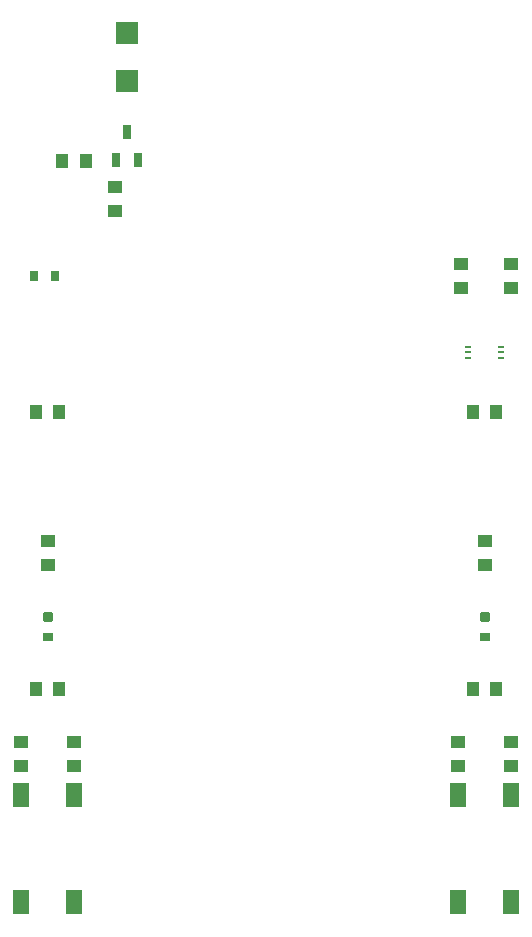
<source format=gtp>
G04*
G04 #@! TF.GenerationSoftware,Altium Limited,Altium Designer,21.7.1 (17)*
G04*
G04 Layer_Color=8421504*
%FSLAX25Y25*%
%MOIN*%
G70*
G04*
G04 #@! TF.SameCoordinates,4F73F3F9-A25A-42A2-B41E-11CF7C4F7039*
G04*
G04*
G04 #@! TF.FilePolarity,Positive*
G04*
G01*
G75*
%ADD17R,0.03150X0.03740*%
%ADD18R,0.05118X0.03937*%
%ADD19R,0.03937X0.05118*%
%ADD20R,0.03150X0.04724*%
%ADD21R,0.07402X0.07559*%
%ADD22R,0.03543X0.03150*%
G04:AMPARAMS|DCode=23|XSize=31.5mil|YSize=35.43mil|CornerRadius=7.87mil|HoleSize=0mil|Usage=FLASHONLY|Rotation=270.000|XOffset=0mil|YOffset=0mil|HoleType=Round|Shape=RoundedRectangle|*
%AMROUNDEDRECTD23*
21,1,0.03150,0.01968,0,0,270.0*
21,1,0.01575,0.03543,0,0,270.0*
1,1,0.01575,-0.00984,-0.00787*
1,1,0.01575,-0.00984,0.00787*
1,1,0.01575,0.00984,0.00787*
1,1,0.01575,0.00984,-0.00787*
%
%ADD23ROUNDEDRECTD23*%
%ADD24R,0.05512X0.08268*%
%ADD25R,0.02165X0.00984*%
D17*
X21063Y222440D02*
D03*
X28150Y222441D02*
D03*
D18*
X48228Y244094D02*
D03*
Y251969D02*
D03*
X163386Y218504D02*
D03*
Y226378D02*
D03*
X180118Y218504D02*
D03*
Y226378D02*
D03*
X171260Y133858D02*
D03*
Y125984D02*
D03*
X180118Y59055D02*
D03*
Y66929D02*
D03*
X34449Y59055D02*
D03*
Y66929D02*
D03*
X25591Y133858D02*
D03*
Y125984D02*
D03*
X162402Y66929D02*
D03*
Y59055D02*
D03*
X16732Y66929D02*
D03*
Y59055D02*
D03*
D19*
X30512Y260827D02*
D03*
X38386D02*
D03*
X29528Y177165D02*
D03*
X21654D02*
D03*
X167323D02*
D03*
X175197D02*
D03*
X167323Y84646D02*
D03*
X175197D02*
D03*
X21654D02*
D03*
X29528D02*
D03*
D20*
X55905Y261024D02*
D03*
X48425D02*
D03*
X52165Y270472D02*
D03*
D21*
Y287276D02*
D03*
Y303276D02*
D03*
D22*
X171260Y102067D02*
D03*
X25591D02*
D03*
D23*
X171260Y108563D02*
D03*
X25591D02*
D03*
D24*
X180118Y13583D02*
D03*
Y49409D02*
D03*
X162402D02*
D03*
Y13583D02*
D03*
X34449D02*
D03*
Y49409D02*
D03*
X16732D02*
D03*
Y13583D02*
D03*
D25*
X165847Y194882D02*
D03*
Y196850D02*
D03*
Y198819D02*
D03*
X176673D02*
D03*
Y196850D02*
D03*
Y194882D02*
D03*
M02*

</source>
